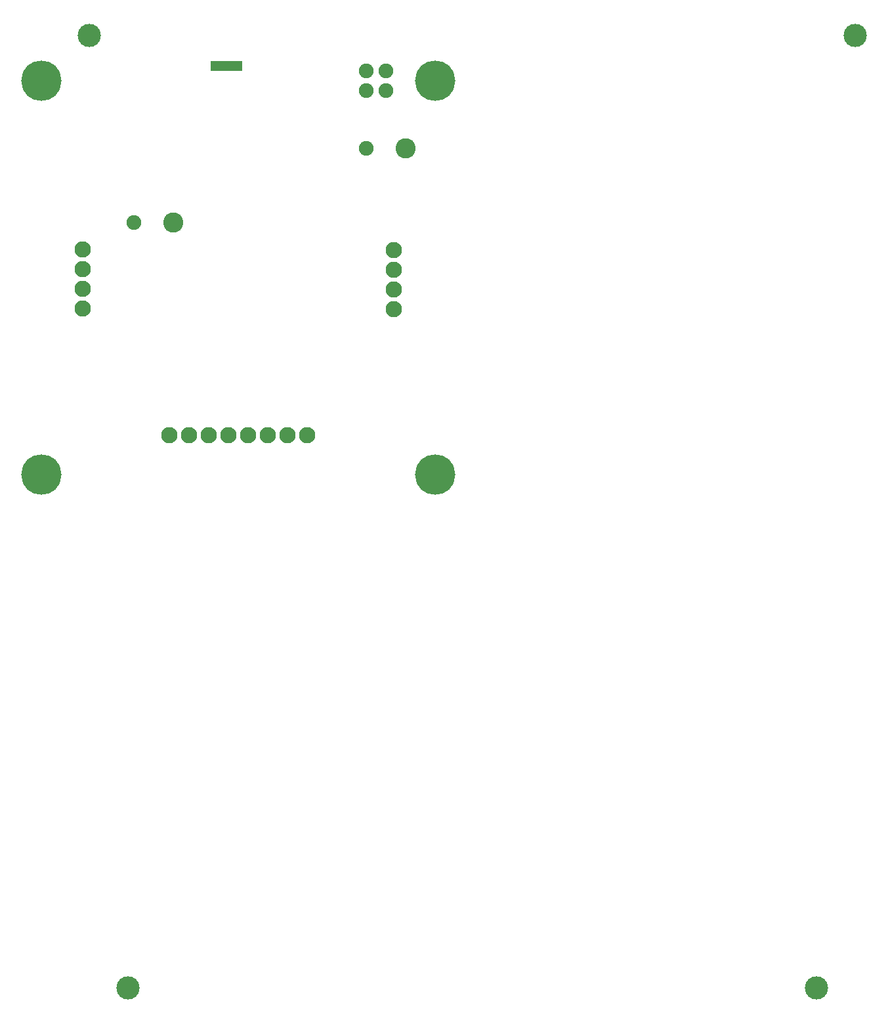
<source format=gbs>
G04 Layer: BottomSolderMaskLayer*
G04 Panelize: V-CUT, Column: 2, Row: 2, Board Size: 58.42mm x 58.42mm, Panelized Board Size: 118.84mm x 118.84mm*
G04 EasyEDA v6.5.34, 2023-09-29 09:18:30*
G04 c9dbed2a3e91448aa0af638ac9ff533e,5a6b42c53f6a479593ecc07194224c93,10*
G04 Gerber Generator version 0.2*
G04 Scale: 100 percent, Rotated: No, Reflected: No *
G04 Dimensions in millimeters *
G04 leading zeros omitted , absolute positions ,4 integer and 5 decimal *
%FSLAX45Y45*%
%MOMM*%

%ADD10C,5.2032*%
%ADD11C,1.9016*%
%ADD12C,2.1016*%
%ADD13C,2.6016*%
%ADD14C,3.0000*%

%LPD*%
D10*
G01*
X381000Y5461000D03*
G01*
X5461000Y5461000D03*
G01*
X5461000Y381000D03*
G01*
X381000Y381000D03*
D11*
G01*
X4572000Y5588000D03*
G01*
X4572000Y5334000D03*
G01*
X4826000Y5334000D03*
G01*
X4826000Y5588000D03*
D12*
G01*
X3810000Y889000D03*
G01*
X3556000Y889000D03*
G01*
X3302000Y889000D03*
G01*
X3048000Y889000D03*
G01*
X2794000Y889000D03*
G01*
X2540000Y889000D03*
G01*
X2286000Y889000D03*
G01*
X2032000Y889000D03*
G01*
X4931206Y3020161D03*
G01*
X4931206Y2766161D03*
G01*
X4931206Y2512161D03*
G01*
X4931206Y3274161D03*
G01*
X910818Y2520340D03*
G01*
X910818Y3282340D03*
G01*
X910818Y3028340D03*
G01*
X910818Y2774340D03*
D13*
G01*
X2082800Y3632200D03*
G01*
X5080000Y4584700D03*
D11*
G01*
X1574800Y3632200D03*
G01*
X4572000Y4584700D03*
D14*
G01*
X999997Y6041999D03*
G01*
X10884001Y6041999D03*
G01*
X1499996Y-6241999D03*
G01*
X10384002Y-6241999D03*
G36*
X2565400Y5715000D02*
G01*
X2971800Y5715000D01*
X2971800Y5588000D01*
X2565400Y5588000D01*
G37*
M02*

</source>
